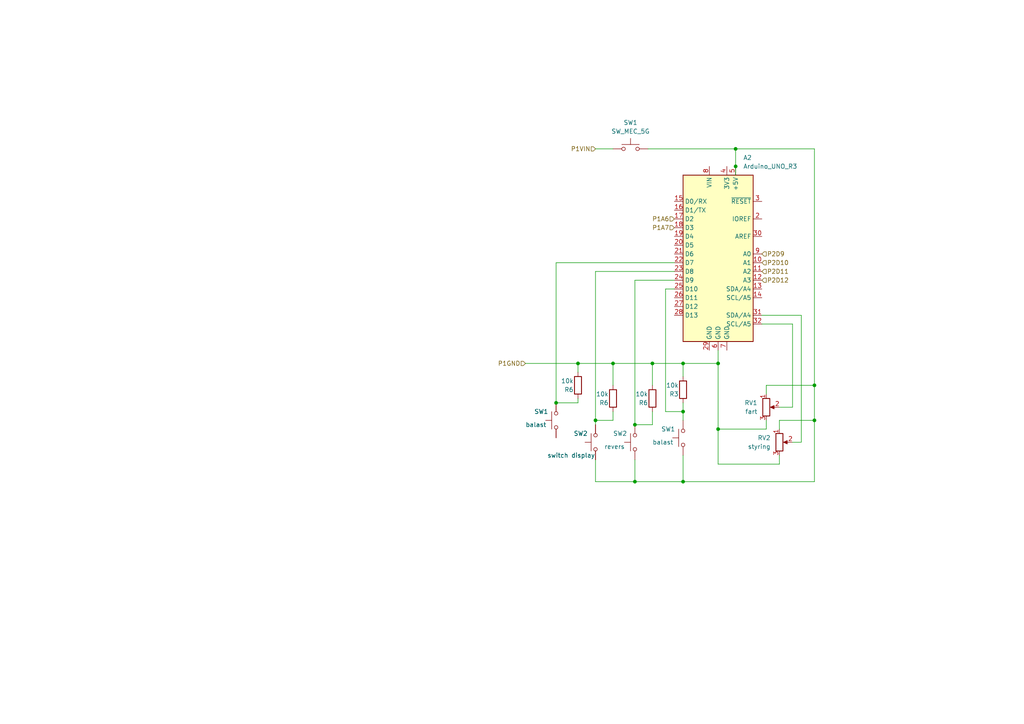
<source format=kicad_sch>
(kicad_sch (version 20230121) (generator eeschema)
  (paper "A4")
  (lib_symbols
    (symbol "Device:R" (pin_numbers hide) (pin_names (offset 0))
      (property "Reference" "R" (at 2.032 0 90))
      (property "Value" "R" (at 0 0 90))
      (symbol "R_0_1"
        (rectangle (start -1.016 -2.54) (end 1.016 2.54) (stroke (width 0.254)))
      )
      (symbol "R_1_1"
        (pin passive line (at 0 3.81 270) (length 1.27) (name "~") (number "1"))
        (pin passive line (at 0 -3.81 90) (length 1.27) (name "~") (number "2"))
      )
    )
    (symbol "Device:R_Potentiometer" (pin_names (offset 1.016) hide)
      (property "Reference" "RV" (at -4.445 0 90))
      (property "Value" "R_Potentiometer" (at -2.54 0 90))
      (symbol "R_Potentiometer_0_1"
        (polyline (pts (xy 2.54 0) (xy 1.524 0)))
        (polyline (pts (xy 1.143 0) (xy 2.286 0.508) (xy 2.286 -0.508) (xy 1.143 0)) (fill (type outline)))
        (rectangle (start 1.016 2.54) (end -1.016 -2.54) (stroke (width 0.254)))
      )
      (symbol "R_Potentiometer_1_1"
        (pin passive line (at 0 3.81 270) (length 1.27) (name "1") (number "1"))
        (pin passive line (at 3.81 0 180) (length 1.27) (name "2") (number "2"))
        (pin passive line (at 0 -3.81 90) (length 1.27) (name "3") (number "3"))
      )
    )
    (symbol "MCU_Module:Arduino_UNO_R3"
      (property "Reference" "A" (at -10.16 23.495 0))
      (property "Value" "Arduino_UNO_R3" (at 5.08 -26.67 0))
      (symbol "Arduino_UNO_R3_0_1"
        (rectangle (start -10.16 22.86) (end 10.16 -25.4) (stroke (width 0.254)) (fill (type background)))
      )
      (symbol "Arduino_UNO_R3_1_1"
        (pin no_connect line (at -10.16 -20.32 0) (length 2.54) hide (name "NC") (number "1"))
        (pin bidirectional line (at 12.7 -2.54 180) (length 2.54) (name "A1") (number "10"))
        (pin bidirectional line (at 12.7 -5.08 180) (length 2.54) (name "A2") (number "11"))
        (pin bidirectional line (at 12.7 -7.62 180) (length 2.54) (name "A3") (number "12"))
        (pin bidirectional line (at 12.7 -10.16 180) (length 2.54) (name "SDA/A4") (number "13"))
        (pin bidirectional line (at 12.7 -12.7 180) (length 2.54) (name "SCL/A5") (number "14"))
        (pin bidirectional line (at -12.7 15.24 0) (length 2.54) (name "D0/RX") (number "15"))
        (pin bidirectional line (at -12.7 12.7 0) (length 2.54) (name "D1/TX") (number "16"))
        (pin bidirectional line (at -12.7 10.16 0) (length 2.54) (name "D2") (number "17"))
        (pin bidirectional line (at -12.7 7.62 0) (length 2.54) (name "D3") (number "18"))
        (pin bidirectional line (at -12.7 5.08 0) (length 2.54) (name "D4") (number "19"))
        (pin output line (at 12.7 10.16 180) (length 2.54) (name "IOREF") (number "2"))
        (pin bidirectional line (at -12.7 2.54 0) (length 2.54) (name "D5") (number "20"))
        (pin bidirectional line (at -12.7 0 0) (length 2.54) (name "D6") (number "21"))
        (pin bidirectional line (at -12.7 -2.54 0) (length 2.54) (name "D7") (number "22"))
        (pin bidirectional line (at -12.7 -5.08 0) (length 2.54) (name "D8") (number "23"))
        (pin bidirectional line (at -12.7 -7.62 0) (length 2.54) (name "D9") (number "24"))
        (pin bidirectional line (at -12.7 -10.16 0) (length 2.54) (name "D10") (number "25"))
        (pin bidirectional line (at -12.7 -12.7 0) (length 2.54) (name "D11") (number "26"))
        (pin bidirectional line (at -12.7 -15.24 0) (length 2.54) (name "D12") (number "27"))
        (pin bidirectional line (at -12.7 -17.78 0) (length 2.54) (name "D13") (number "28"))
        (pin power_in line (at -2.54 -27.94 90) (length 2.54) (name "GND") (number "29"))
        (pin input line (at 12.7 15.24 180) (length 2.54) (name "~{RESET}") (number "3"))
        (pin input line (at 12.7 5.08 180) (length 2.54) (name "AREF") (number "30"))
        (pin bidirectional line (at 12.7 -17.78 180) (length 2.54) (name "SDA/A4") (number "31"))
        (pin bidirectional line (at 12.7 -20.32 180) (length 2.54) (name "SCL/A5") (number "32"))
        (pin power_out line (at 2.54 25.4 270) (length 2.54) (name "3V3") (number "4"))
        (pin power_out line (at 5.08 25.4 270) (length 2.54) (name "+5V") (number "5"))
        (pin power_in line (at 0 -27.94 90) (length 2.54) (name "GND") (number "6"))
        (pin power_in line (at 2.54 -27.94 90) (length 2.54) (name "GND") (number "7"))
        (pin power_in line (at -2.54 25.4 270) (length 2.54) (name "VIN") (number "8"))
        (pin bidirectional line (at 12.7 0 180) (length 2.54) (name "A0") (number "9"))
      )
    )
    (symbol "Switch:SW_MEC_5G" (pin_numbers hide) (pin_names (offset 1.016) hide)
      (property "Reference" "SW" (at 1.27 2.54 0))
      (property "Value" "SW_MEC_5G" (at 0 -1.524 0))
      (symbol "SW_MEC_5G_0_1"
        (circle (center -2.032 0) (radius 0.508))
        (polyline (pts (xy 0 1.27) (xy 0 3.048)))
        (polyline (pts (xy 2.54 1.27) (xy -2.54 1.27)))
        (circle (center 2.032 0) (radius 0.508))
        (pin passive line (at -5.08 0 0) (length 2.54) (name "A") (number "1"))
        (pin passive line (at 5.08 0 180) (length 2.54) (name "B") (number "3"))
      )
      (symbol "SW_MEC_5G_1_1"
        (pin passive line (at -5.08 0 0) (length 2.54) hide (name "A") (number "2"))
        (pin passive line (at 5.08 0 180) (length 2.54) hide (name "B") (number "4"))
      )
    )
    (symbol "Switch:SW_Push" (pin_numbers hide) (pin_names (offset 1.016) hide)
      (property "Reference" "SW" (at 1.27 2.54 0))
      (property "Value" "SW_Push" (at 0 -1.524 0))
      (symbol "SW_Push_0_1"
        (circle (center -2.032 0) (radius 0.508))
        (polyline (pts (xy 0 1.27) (xy 0 3.048)))
        (polyline (pts (xy 2.54 1.27) (xy -2.54 1.27)))
        (circle (center 2.032 0) (radius 0.508))
        (pin passive line (at -5.08 0 0) (length 2.54) (name "1") (number "1"))
        (pin passive line (at 5.08 0 180) (length 2.54) (name "2") (number "2"))
      )
    )
  )
  (junction (at 236.22 121.92))
  (junction (at 213.36 48.26))
  (junction (at 167.64 105.41))
  (junction (at 177.8 105.41))
  (junction (at 208.28 105.41))
  (junction (at 208.28 124.46))
  (junction (at 172.72 121.92))
  (junction (at 198.12 119.38))
  (junction (at 213.36 43.18))
  (junction (at 236.22 111.76))
  (junction (at 161.29 116.84))
  (junction (at 198.12 139.7))
  (junction (at 198.12 105.41))
  (junction (at 184.15 123.19))
  (junction (at 184.15 139.7))
  (junction (at 189.23 105.41))
  (wire (pts (xy 152.4 105.41) (xy 167.64 105.41)))
  (wire (pts (xy 184.15 133.35) (xy 184.15 139.7)))
  (wire (pts (xy 177.8 105.41) (xy 177.8 111.76)))
  (wire (pts (xy 226.06 132.08) (xy 226.06 134.62)))
  (wire (pts (xy 226.06 134.62) (xy 208.28 134.62)))
  (wire (pts (xy 232.41 91.44) (xy 232.41 128.27)))
  (wire (pts (xy 172.72 139.7) (xy 184.15 139.7)))
  (wire (pts (xy 222.25 111.76) (xy 222.25 114.3)))
  (wire (pts (xy 226.06 121.92) (xy 226.06 124.46)))
  (wire (pts (xy 167.64 116.84) (xy 167.64 115.57)))
  (wire (pts (xy 184.15 123.19) (xy 189.23 123.19)))
  (wire (pts (xy 189.23 119.38) (xy 189.23 123.19)))
  (wire (pts (xy 184.15 139.7) (xy 198.12 139.7)))
  (wire (pts (xy 177.8 121.92) (xy 172.72 121.92)))
  (wire (pts (xy 236.22 43.18) (xy 236.22 111.76)))
  (wire (pts (xy 220.98 91.44) (xy 232.41 91.44)))
  (wire (pts (xy 236.22 121.92) (xy 226.06 121.92)))
  (wire (pts (xy 198.12 121.92) (xy 198.12 119.38)))
  (wire (pts (xy 208.28 134.62) (xy 208.28 124.46)))
  (wire (pts (xy 161.29 116.84) (xy 161.29 76.2)))
  (wire (pts (xy 172.72 133.35) (xy 172.72 139.7)))
  (wire (pts (xy 213.36 48.26) (xy 213.36 50.8)))
  (wire (pts (xy 193.04 83.82) (xy 193.04 119.38)))
  (wire (pts (xy 177.8 119.38) (xy 177.8 121.92)))
  (wire (pts (xy 229.87 118.11) (xy 229.87 93.98)))
  (wire (pts (xy 213.36 43.18) (xy 236.22 43.18)))
  (wire (pts (xy 198.12 105.41) (xy 208.28 105.41)))
  (wire (pts (xy 167.64 105.41) (xy 177.8 105.41)))
  (wire (pts (xy 198.12 132.08) (xy 198.12 139.7)))
  (wire (pts (xy 172.72 43.18) (xy 177.8 43.18)))
  (wire (pts (xy 167.64 105.41) (xy 167.64 107.95)))
  (wire (pts (xy 184.15 81.28) (xy 184.15 123.19)))
  (wire (pts (xy 189.23 105.41) (xy 198.12 105.41)))
  (wire (pts (xy 213.36 43.18) (xy 213.36 48.26)))
  (wire (pts (xy 220.98 93.98) (xy 229.87 93.98)))
  (wire (pts (xy 195.58 78.74) (xy 172.72 78.74)))
  (wire (pts (xy 208.28 105.41) (xy 208.28 124.46)))
  (wire (pts (xy 222.25 124.46) (xy 208.28 124.46)))
  (wire (pts (xy 236.22 111.76) (xy 236.22 121.92)))
  (wire (pts (xy 195.58 83.82) (xy 193.04 83.82)))
  (wire (pts (xy 236.22 139.7) (xy 236.22 121.92)))
  (wire (pts (xy 229.87 128.27) (xy 232.41 128.27)))
  (wire (pts (xy 161.29 116.84) (xy 167.64 116.84)))
  (wire (pts (xy 226.06 118.11) (xy 229.87 118.11)))
  (wire (pts (xy 198.12 139.7) (xy 236.22 139.7)))
  (wire (pts (xy 208.28 101.6) (xy 208.28 105.41)))
  (wire (pts (xy 236.22 111.76) (xy 222.25 111.76)))
  (wire (pts (xy 177.8 105.41) (xy 189.23 105.41)))
  (wire (pts (xy 161.29 76.2) (xy 195.58 76.2)))
  (wire (pts (xy 189.23 105.41) (xy 189.23 111.76)))
  (wire (pts (xy 187.96 43.18) (xy 213.36 43.18)))
  (wire (pts (xy 172.72 78.74) (xy 172.72 121.92)))
  (wire (pts (xy 198.12 116.84) (xy 198.12 119.38)))
  (wire (pts (xy 193.04 119.38) (xy 198.12 119.38)))
  (wire (pts (xy 198.12 105.41) (xy 198.12 109.22)))
  (wire (pts (xy 222.25 121.92) (xy 222.25 124.46)))
  (wire (pts (xy 184.15 81.28) (xy 195.58 81.28)))
  (wire (pts (xy 172.72 121.92) (xy 172.72 123.19)))
  (hierarchical_label "P1GND" (shape input) (at 152.4 105.41 180))
  (hierarchical_label "P1A7" (shape input) (at 195.58 66.04 180))
  (hierarchical_label "P2D10" (shape input) (at 220.98 76.2 0))
  (hierarchical_label "P2D11" (shape input) (at 220.98 78.74 0))
  (hierarchical_label "P1VIN" (shape input) (at 172.72 43.18 180))
  (hierarchical_label "P1A6" (shape input) (at 195.58 63.5 180))
  (hierarchical_label "P2D12" (shape input) (at 220.98 81.28 0))
  (hierarchical_label "P2D9" (shape input) (at 220.98 73.66 0))
  (symbol (lib_id "Device:R") (at 189.23 115.57 180) (unit 1)
    (property "Reference" "R6" (at 187.96 116.84 0) (effects (justify left)))
    (property "Value" "10k" (at 187.96 114.3 0) (effects (justify left)))
    (instances (project "submarine" (path "" (reference "R6") (unit 1)) (path "" (reference "R7") (unit 1))))
  )
  (symbol (lib_id "Device:R") (at 198.12 113.03 180) (unit 1)
    (property "Reference" "R3" (at 196.85 114.3 0) (effects (justify left)))
    (property "Value" "10k" (at 196.85 111.76 0) (effects (justify left)))
    (instances (project "submarine" (path "" (reference "R3") (unit 1)) (path "" (reference "R8") (unit 1))))
  )
  (symbol (lib_id "Switch:SW_Push") (at 184.15 128.27 90) (unit 1)
    (property "Reference" "SW2" (at 177.8 125.73 90) (effects (justify right)))
    (property "Value" "revers" (at 175.26 129.54 90) (effects (justify right)))
    (instances (project "submarine" (path "" (reference "SW2") (unit 1)) (path "" (reference "SW3") (unit 1))))
  )
  (symbol (lib_id "Switch:SW_Push") (at 161.29 121.92 90) (unit 1)
    (property "Reference" "SW1" (at 154.94 119.38 90) (effects (justify right)))
    (property "Value" "balast" (at 152.4 123.19 90) (effects (justify right)))
    (instances (project "submarine" (path "" (reference "SW1") (unit 1)) (path "" (reference "SW2") (unit 1))))
  )
  (symbol (lib_id "Switch:SW_Push") (at 172.72 128.27 90) (unit 1)
    (property "Reference" "SW2" (at 166.37 125.73 90) (effects (justify right)))
    (property "Value" "switch display" (at 158.75 132.08 90) (effects (justify right)))
    (instances (project "submarine" (path "" (reference "SW2") (unit 1)) (path "" (reference "SW5") (unit 1))))
  )
  (symbol (lib_id "MCU_Module:Arduino_UNO_R3") (at 208.28 73.66 0) (unit 1)
    (property "Reference" "A2" (at 215.5541 45.72 0) (effects (justify left)))
    (property "Value" "Arduino_UNO_R3" (at 215.5541 48.26 0) (effects (justify left)))
    (property "Footprint" "Module:Arduino_UNO_R3" (effects hide))
    (property "Datasheet" "https://www.arduino.cc/en/Main/arduinoBoardUno" (effects hide))
  )
  (symbol (lib_id "Device:R") (at 167.64 111.76 180) (unit 1)
    (property "Reference" "R6" (at 166.37 113.03 0) (effects (justify left)))
    (property "Value" "10k" (at 166.37 110.49 0) (effects (justify left)))
    (instances (project "submarine" (path "" (reference "R6") (unit 1)) (path "" (reference "R10") (unit 1))))
  )
  (symbol (lib_id "Switch:SW_Push") (at 198.12 127 90) (unit 1)
    (property "Reference" "SW1" (at 191.77 124.46 90) (effects (justify right)))
    (property "Value" "balast" (at 189.23 128.27 90) (effects (justify right)))
    (instances (project "submarine" (path "" (reference "SW1") (unit 1)) (path "" (reference "SW4") (unit 1))))
  )
  (symbol (lib_id "Device:R_Potentiometer") (at 222.25 118.11 0) (unit 1)
    (property "Reference" "RV1" (at 219.71 116.84 0) (effects (justify right)))
    (property "Value" "fart" (at 219.71 119.38 0) (effects (justify right)))
    (instances (project "submarine" (path "" (reference "RV1") (unit 1)) (path "" (reference "RV3") (unit 1))))
  )
  (symbol (lib_id "Device:R_Potentiometer") (at 226.06 128.27 0) (unit 1)
    (property "Reference" "RV2" (at 223.52 127 0) (effects (justify right)))
    (property "Value" "styring" (at 223.52 129.54 0) (effects (justify right)))
    (instances (project "submarine" (path "" (reference "RV2") (unit 1)) (path "" (reference "RV4") (unit 1))))
  )
  (symbol (lib_id "Device:R") (at 177.8 115.57 180) (unit 1)
    (property "Reference" "R6" (at 176.53 116.84 0) (effects (justify left)))
    (property "Value" "10k" (at 176.53 114.3 0) (effects (justify left)))
    (instances (project "submarine" (path "" (reference "R6") (unit 1)) (path "" (reference "R9") (unit 1))))
  )
  (symbol (lib_id "Switch:SW_MEC_5G") (at 182.88 43.18 0) (unit 1)
    (property "Reference" "SW1" (at 182.88 35.56 0))
    (property "Value" "SW_MEC_5G" (at 182.88 38.1 0))
    (property "Datasheet" "http://www.apem.com/int/index.php?controller=attachment&id_attachment=488" (effects hide))
  )
)
</source>
